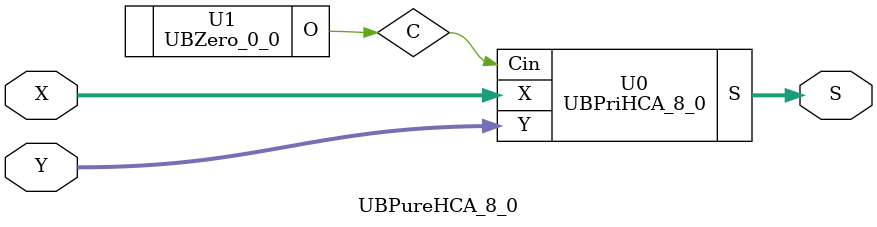
<source format=v>
/*----------------------------------------------------------------------------
  Copyright (c) 2021 Homma laboratory. All rights reserved.

  Top module: UBHCA_8_0_8_0

  Operand-1 length: 9
  Operand-2 length: 9
  Two-operand addition algorithm: Han-Carlson adder
----------------------------------------------------------------------------*/

module GPGenerator(Go, Po, A, B);
  output Go;
  output Po;
  input A;
  input B;
  assign Go = A & B;
  assign Po = A ^ B;
endmodule

module CarryOperator(Go, Po, Gi1, Pi1, Gi2, Pi2);
  output Go;
  output Po;
  input Gi1;
  input Gi2;
  input Pi1;
  input Pi2;
  assign Go = Gi1 | ( Gi2 & Pi1 );
  assign Po = Pi1 & Pi2;
endmodule

module UBPriHCA_8_0(S, X, Y, Cin);
  output [9:0] S;
  input Cin;
  input [8:0] X;
  input [8:0] Y;
  wire [8:0] G0;
  wire [8:0] G1;
  wire [8:0] G2;
  wire [8:0] G3;
  wire [8:0] G4;
  wire [8:0] G5;
  wire [8:0] P0;
  wire [8:0] P1;
  wire [8:0] P2;
  wire [8:0] P3;
  wire [8:0] P4;
  wire [8:0] P5;
  assign P1[0] = P0[0];
  assign G1[0] = G0[0];
  assign P1[2] = P0[2];
  assign G1[2] = G0[2];
  assign P1[4] = P0[4];
  assign G1[4] = G0[4];
  assign P1[6] = P0[6];
  assign G1[6] = G0[6];
  assign P1[8] = P0[8];
  assign G1[8] = G0[8];
  assign P2[0] = P1[0];
  assign G2[0] = G1[0];
  assign P2[1] = P1[1];
  assign G2[1] = G1[1];
  assign P2[2] = P1[2];
  assign G2[2] = G1[2];
  assign P2[4] = P1[4];
  assign G2[4] = G1[4];
  assign P2[6] = P1[6];
  assign G2[6] = G1[6];
  assign P2[8] = P1[8];
  assign G2[8] = G1[8];
  assign P3[0] = P2[0];
  assign G3[0] = G2[0];
  assign P3[1] = P2[1];
  assign G3[1] = G2[1];
  assign P3[2] = P2[2];
  assign G3[2] = G2[2];
  assign P3[3] = P2[3];
  assign G3[3] = G2[3];
  assign P3[4] = P2[4];
  assign G3[4] = G2[4];
  assign P3[6] = P2[6];
  assign G3[6] = G2[6];
  assign P3[8] = P2[8];
  assign G3[8] = G2[8];
  assign P4[0] = P3[0];
  assign G4[0] = G3[0];
  assign P4[1] = P3[1];
  assign G4[1] = G3[1];
  assign P4[2] = P3[2];
  assign G4[2] = G3[2];
  assign P4[3] = P3[3];
  assign G4[3] = G3[3];
  assign P4[4] = P3[4];
  assign G4[4] = G3[4];
  assign P4[5] = P3[5];
  assign G4[5] = G3[5];
  assign P4[6] = P3[6];
  assign G4[6] = G3[6];
  assign P4[7] = P3[7];
  assign G4[7] = G3[7];
  assign P4[8] = P3[8];
  assign G4[8] = G3[8];
  assign P5[0] = P4[0];
  assign G5[0] = G4[0];
  assign P5[1] = P4[1];
  assign G5[1] = G4[1];
  assign P5[3] = P4[3];
  assign G5[3] = G4[3];
  assign P5[5] = P4[5];
  assign G5[5] = G4[5];
  assign P5[7] = P4[7];
  assign G5[7] = G4[7];
  assign S[0] = Cin ^ P0[0];
  assign S[1] = ( G5[0] | ( P5[0] & Cin ) ) ^ P0[1];
  assign S[2] = ( G5[1] | ( P5[1] & Cin ) ) ^ P0[2];
  assign S[3] = ( G5[2] | ( P5[2] & Cin ) ) ^ P0[3];
  assign S[4] = ( G5[3] | ( P5[3] & Cin ) ) ^ P0[4];
  assign S[5] = ( G5[4] | ( P5[4] & Cin ) ) ^ P0[5];
  assign S[6] = ( G5[5] | ( P5[5] & Cin ) ) ^ P0[6];
  assign S[7] = ( G5[6] | ( P5[6] & Cin ) ) ^ P0[7];
  assign S[8] = ( G5[7] | ( P5[7] & Cin ) ) ^ P0[8];
  assign S[9] = G5[8] | ( P5[8] & Cin );
  GPGenerator U0 (G0[0], P0[0], X[0], Y[0]);
  GPGenerator U1 (G0[1], P0[1], X[1], Y[1]);
  GPGenerator U2 (G0[2], P0[2], X[2], Y[2]);
  GPGenerator U3 (G0[3], P0[3], X[3], Y[3]);
  GPGenerator U4 (G0[4], P0[4], X[4], Y[4]);
  GPGenerator U5 (G0[5], P0[5], X[5], Y[5]);
  GPGenerator U6 (G0[6], P0[6], X[6], Y[6]);
  GPGenerator U7 (G0[7], P0[7], X[7], Y[7]);
  GPGenerator U8 (G0[8], P0[8], X[8], Y[8]);
  CarryOperator U9 (G1[1], P1[1], G0[1], P0[1], G0[0], P0[0]);
  CarryOperator U10 (G1[3], P1[3], G0[3], P0[3], G0[2], P0[2]);
  CarryOperator U11 (G1[5], P1[5], G0[5], P0[5], G0[4], P0[4]);
  CarryOperator U12 (G1[7], P1[7], G0[7], P0[7], G0[6], P0[6]);
  CarryOperator U13 (G2[3], P2[3], G1[3], P1[3], G1[1], P1[1]);
  CarryOperator U14 (G2[5], P2[5], G1[5], P1[5], G1[3], P1[3]);
  CarryOperator U15 (G2[7], P2[7], G1[7], P1[7], G1[5], P1[5]);
  CarryOperator U16 (G3[5], P3[5], G2[5], P2[5], G2[1], P2[1]);
  CarryOperator U17 (G3[7], P3[7], G2[7], P2[7], G2[3], P2[3]);
  CarryOperator U18 (G5[2], P5[2], G4[2], P4[2], G4[1], P4[1]);
  CarryOperator U19 (G5[4], P5[4], G4[4], P4[4], G4[3], P4[3]);
  CarryOperator U20 (G5[6], P5[6], G4[6], P4[6], G4[5], P4[5]);
  CarryOperator U21 (G5[8], P5[8], G4[8], P4[8], G4[7], P4[7]);
endmodule

module UBZero_0_0(O);
  output [0:0] O;
  assign O[0] = 0;
endmodule

module UBHCA_8_0_8_0 (S, X, Y);
  output [9:0] S;
  input [8:0] X;
  input [8:0] Y;
  UBPureHCA_8_0 U0 (S[9:0], X[8:0], Y[8:0]);
endmodule

module UBPureHCA_8_0 (S, X, Y);
  output [9:0] S;
  input [8:0] X;
  input [8:0] Y;
  wire C;
  UBPriHCA_8_0 U0 (S, X, Y, C);
  UBZero_0_0 U1 (C);
endmodule


</source>
